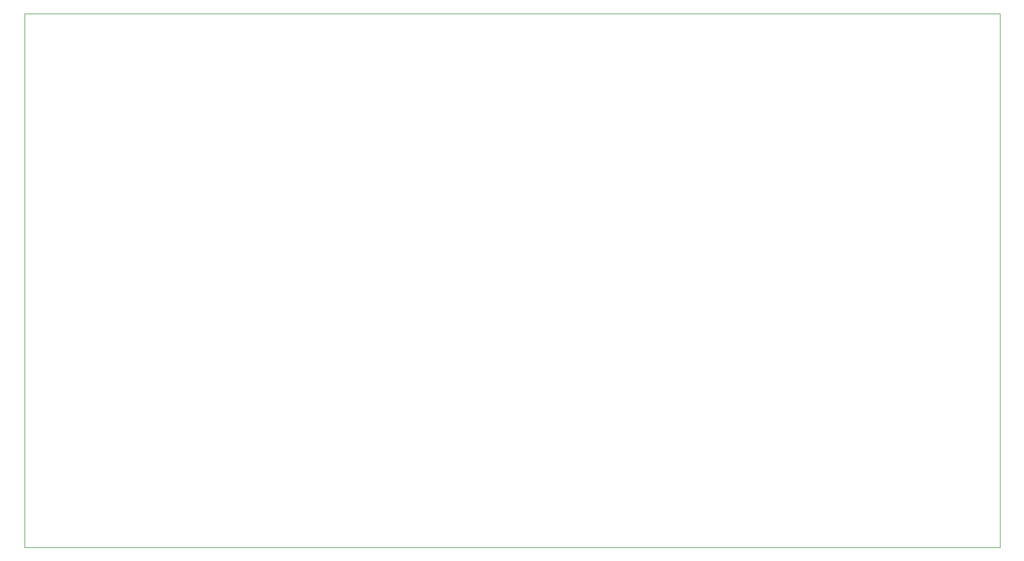
<source format=gbr>
%TF.GenerationSoftware,KiCad,Pcbnew,8.0.2-1*%
%TF.CreationDate,2025-01-09T15:56:50-05:00*%
%TF.ProjectId,C3P0_Controller_V1.1,43335030-5f43-46f6-9e74-726f6c6c6572,rev?*%
%TF.SameCoordinates,Original*%
%TF.FileFunction,Profile,NP*%
%FSLAX46Y46*%
G04 Gerber Fmt 4.6, Leading zero omitted, Abs format (unit mm)*
G04 Created by KiCad (PCBNEW 8.0.2-1) date 2025-01-09 15:56:50*
%MOMM*%
%LPD*%
G01*
G04 APERTURE LIST*
%TA.AperFunction,Profile*%
%ADD10C,0.050000*%
%TD*%
G04 APERTURE END LIST*
D10*
X72056000Y-135890000D02*
X72056000Y-52956006D01*
X223246000Y-135890000D02*
X72056000Y-135890000D01*
X223246000Y-52956000D02*
X223246000Y-135890000D01*
X72056000Y-52956000D02*
X223246000Y-52956000D01*
M02*

</source>
